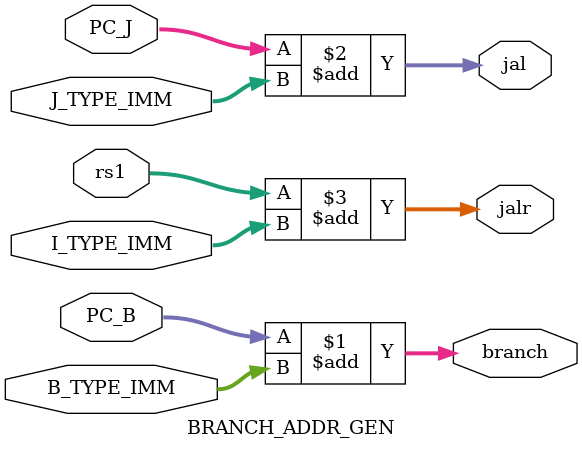
<source format=sv>
`timescale 1ns / 1ps

module BRANCH_ADDR_GEN(
    input [31:0] J_TYPE_IMM,
    input [31:0] B_TYPE_IMM,
    input [31:0] I_TYPE_IMM,
    input [31:0] rs1,
    input [31:0] PC_B,
    input [31:0] PC_J,
    output [31:0] branch,
    output [31:0] jal,
    output [31:0] jalr
    );
    assign branch = PC_B + B_TYPE_IMM;
    assign jal = PC_J + J_TYPE_IMM;
    assign jalr = rs1 + I_TYPE_IMM;
    
endmodule
</source>
